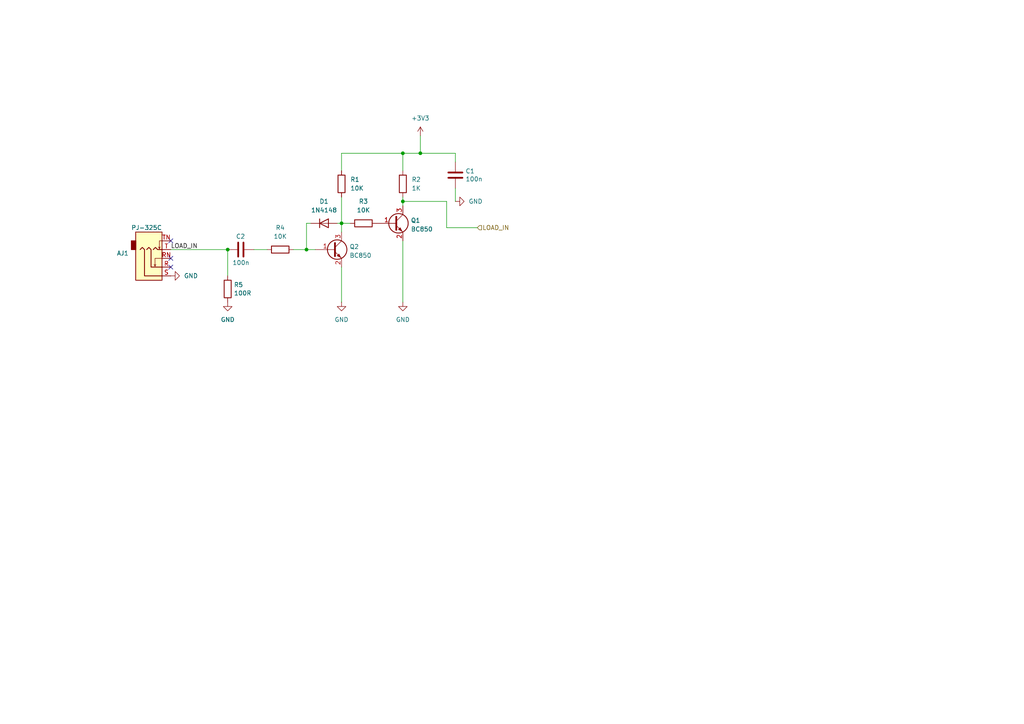
<source format=kicad_sch>
(kicad_sch (version 20231120) (generator "eeschema") (generator_version "8.0")
  (paper "A4")
  (title_block (title "Frank M2") (date "2025-02-02") (rev "1.02") (company "Mikhail Matveev") (comment 1 "https://github.com/xtremespb/frank"))
  (lib_symbols
    (symbol "Device:C" (pin_numbers hide) (pin_names (offset 0.254))
      (property "Reference" "C" (at 0.635 2.54 0))
      (property "Value" "C" (at 0.635 -2.54 0))
      (symbol "C_0_1"
        (polyline (pts (xy -2.032 -0.762) (xy 2.032 -0.762)) (stroke (width 0.508)))
        (polyline (pts (xy -2.032 0.762) (xy 2.032 0.762)) (stroke (width 0.508)))
      )
      (symbol "C_1_1"
        (pin passive line (at 0 3.81 270) (length 2.794) (name "~") (number "1"))
        (pin passive line (at 0 -3.81 90) (length 2.794) (name "~") (number "2"))
      )
    )
    (symbol "Device:D" (pin_numbers hide) (pin_names (offset 1.016) hide)
      (property "Reference" "D" (at 0 2.54 0))
      (property "Value" "D" (at 0 -2.54 0))
      (symbol "D_0_1"
        (polyline (pts (xy -1.27 1.27) (xy -1.27 -1.27)) (stroke (width 0.254)))
        (polyline (pts (xy 1.27 0) (xy -1.27 0)))
        (polyline (pts (xy 1.27 1.27) (xy 1.27 -1.27) (xy -1.27 0) (xy 1.27 1.27)) (stroke (width 0.254)))
      )
      (symbol "D_1_1"
        (pin passive line (at -3.81 0 0) (length 2.54) (name "K") (number "1"))
        (pin passive line (at 3.81 0 180) (length 2.54) (name "A") (number "2"))
      )
    )
    (symbol "Device:R" (pin_numbers hide) (pin_names (offset 0))
      (property "Reference" "R" (at 2.032 0 90))
      (property "Value" "R" (at 0 0 90))
      (symbol "R_0_1"
        (rectangle (start -1.016 -2.54) (end 1.016 2.54) (stroke (width 0.254)))
      )
      (symbol "R_1_1"
        (pin passive line (at 0 3.81 270) (length 1.27) (name "~") (number "1"))
        (pin passive line (at 0 -3.81 90) (length 1.27) (name "~") (number "2"))
      )
    )
    (symbol "FRANK:AudioJack_3.5mm"
      (property "Reference" "AJ2" (at -7.1119 -4.0097 0))
      (symbol "AudioJack_3.5mm_0_1"
        (rectangle (start -5.08 -5.08) (end -6.35 -7.62) (stroke (width 0.254)) (fill (type outline)))
        (polyline (pts (xy 0.508 -0.254) (xy 0.762 -0.762)))
        (polyline (pts (xy 1.778 -5.334) (xy 2.032 -5.842)))
        (polyline (pts (xy 0 -5.08) (xy 0.635 -5.715) (xy 1.27 -5.08) (xy 2.54 -5.08)) (stroke (width 0.254)))
        (polyline (pts (xy 2.54 -7.62) (xy 1.778 -7.62) (xy 1.778 -5.334) (xy 1.524 -5.842)))
        (polyline (pts (xy 2.54 -2.54) (xy 0.508 -2.54) (xy 0.508 -0.254) (xy 0.254 -0.762)))
        (polyline (pts (xy -1.905 -5.08) (xy -1.27 -5.715) (xy -0.635 -5.08) (xy -0.635 0) (xy 2.54 0)) (stroke (width 0.254)))
        (polyline (pts (xy 2.54 2.54) (xy -2.54 2.54) (xy -2.54 -5.08) (xy -3.175 -5.715) (xy -3.81 -5.08)) (stroke (width 0.254)))
        (rectangle (start 2.54 3.81) (end -5.08 -10.16) (stroke (width 0.254)) (fill (type background)))
      )
      (symbol "AudioJack_3.5mm_1_1"
        (pin passive line (at 5.08 0 180) (length 2.54) (name "~") (number "R"))
        (pin passive line (at 5.08 -2.54 180) (length 2.54) (name "~") (number "RN"))
        (pin passive line (at 5.08 2.54 180) (length 2.54) (name "~") (number "S"))
        (pin passive line (at 5.08 -5.08 180) (length 2.54) (name "~") (number "T"))
        (pin passive line (at 5.08 -7.62 180) (length 2.54) (name "~") (number "TN"))
      )
    )
    (symbol "GND_1" (power) (pin_numbers hide) (pin_names (offset 0) hide)
      (property "Value" "GND" (at 0 -3.81 0))
      (symbol "GND_1_0_1"
        (polyline (pts (xy 0 0) (xy 0 -1.27) (xy 1.27 -1.27) (xy 0 -2.54) (xy -1.27 -1.27) (xy 0 -1.27)))
      )
      (symbol "GND_1_1_1"
        (pin power_in line (at 0 0 270) (length 0) (name "~") (number "1"))
      )
    )
    (symbol "GND_2" (power) (pin_numbers hide) (pin_names (offset 0) hide)
      (property "Value" "GND" (at 0 -3.81 0))
      (symbol "GND_2_0_1"
        (polyline (pts (xy 0 0) (xy 0 -1.27) (xy 1.27 -1.27) (xy 0 -2.54) (xy -1.27 -1.27) (xy 0 -1.27)))
      )
      (symbol "GND_2_1_1"
        (pin power_in line (at 0 0 270) (length 0) (name "~") (number "1"))
      )
    )
    (symbol "GND_3" (power) (pin_numbers hide) (pin_names (offset 0) hide)
      (property "Value" "GND" (at 0 -3.81 0))
      (symbol "GND_3_0_1"
        (polyline (pts (xy 0 0) (xy 0 -1.27) (xy 1.27 -1.27) (xy 0 -2.54) (xy -1.27 -1.27) (xy 0 -1.27)))
      )
      (symbol "GND_3_1_1"
        (pin power_in line (at 0 0 270) (length 0) (name "~") (number "1"))
      )
    )
    (symbol "GND_4" (power) (pin_numbers hide) (pin_names (offset 0) hide)
      (property "Value" "GND" (at 0 -3.81 0))
      (symbol "GND_4_0_1"
        (polyline (pts (xy 0 0) (xy 0 -1.27) (xy 1.27 -1.27) (xy 0 -2.54) (xy -1.27 -1.27) (xy 0 -1.27)))
      )
      (symbol "GND_4_1_1"
        (pin power_in line (at 0 0 270) (length 0) (name "~") (number "1"))
      )
    )
    (symbol "Transistor_BJT:BC850" (pin_names (offset 0) hide)
      (property "Reference" "Q" (at 5.08 1.905 0))
      (property "Value" "BC850" (at 5.08 0 0))
      (symbol "BC850_0_1"
        (polyline (pts (xy 0.635 0.635) (xy 2.54 2.54)))
        (polyline (pts (xy 0.635 -0.635) (xy 2.54 -2.54) (xy 2.54 -2.54)))
        (polyline (pts (xy 0.635 1.905) (xy 0.635 -1.905) (xy 0.635 -1.905)) (stroke (width 0.508)))
        (polyline (pts (xy 1.27 -1.778) (xy 1.778 -1.27) (xy 2.286 -2.286) (xy 1.27 -1.778) (xy 1.27 -1.778)) (fill (type outline)))
        (circle (center 1.27 0) (radius 2.8194) (stroke (width 0.254)))
      )
      (symbol "BC850_1_1"
        (pin input line (at -5.08 0 0) (length 5.715) (name "B") (number "1"))
        (pin passive line (at 2.54 -5.08 90) (length 2.54) (name "E") (number "2"))
        (pin passive line (at 2.54 5.08 270) (length 2.54) (name "C") (number "3"))
      )
    )
    (symbol "power:+3V3" (power) (pin_numbers hide) (pin_names (offset 0) hide)
      (property "Value" "+3V3" (at 0 3.556 0))
      (symbol "+3V3_0_1"
        (polyline (pts (xy -0.762 1.27) (xy 0 2.54)))
        (polyline (pts (xy 0 0) (xy 0 2.54)))
        (polyline (pts (xy 0 2.54) (xy 0.762 1.27)))
      )
      (symbol "+3V3_1_1"
        (pin power_in line (at 0 0 90) (length 0) (name "~") (number "1"))
      )
    )
    (symbol "power:GND" (power) (pin_numbers hide) (pin_names (offset 0) hide)
      (property "Value" "GND" (at 0 -3.81 0))
      (symbol "GND_0_1"
        (polyline (pts (xy 0 0) (xy 0 -1.27) (xy 1.27 -1.27) (xy 0 -2.54) (xy -1.27 -1.27) (xy 0 -1.27)))
      )
      (symbol "GND_1_1"
        (pin power_in line (at 0 0 270) (length 0) (name "~") (number "1"))
      )
    )
  )
  (junction (at 116.84 58.42))
  (junction (at 88.9 72.39))
  (junction (at 66.04 72.39))
  (junction (at 99.06 64.77))
  (junction (at 121.92 44.45))
  (junction (at 116.84 44.45))
  (no_connect (at 49.53 69.85))
  (no_connect (at 49.53 74.93))
  (no_connect (at 49.53 77.47))
  (wire (pts (xy 116.84 58.42) (xy 129.54 58.42)))
  (wire (pts (xy 99.06 64.77) (xy 99.06 67.31)))
  (wire (pts (xy 85.09 72.39) (xy 88.9 72.39)))
  (wire (pts (xy 121.92 44.45) (xy 132.08 44.45)))
  (wire (pts (xy 129.54 58.42) (xy 129.54 66.04)))
  (wire (pts (xy 97.79 64.77) (xy 99.06 64.77)))
  (wire (pts (xy 88.9 72.39) (xy 91.44 72.39)))
  (wire (pts (xy 116.84 58.42) (xy 116.84 59.69)))
  (wire (pts (xy 90.17 64.77) (xy 88.9 64.77)))
  (wire (pts (xy 129.54 66.04) (xy 138.43 66.04)))
  (wire (pts (xy 88.9 64.77) (xy 88.9 72.39)))
  (wire (pts (xy 73.66 72.39) (xy 77.47 72.39)))
  (wire (pts (xy 116.84 44.45) (xy 121.92 44.45)))
  (wire (pts (xy 99.06 77.47) (xy 99.06 87.63)))
  (wire (pts (xy 116.84 44.45) (xy 116.84 49.53)))
  (wire (pts (xy 99.06 44.45) (xy 99.06 49.53)))
  (wire (pts (xy 121.92 39.37) (xy 121.92 44.45)))
  (wire (pts (xy 116.84 69.85) (xy 116.84 87.63)))
  (wire (pts (xy 132.08 54.61) (xy 132.08 58.42)))
  (wire (pts (xy 99.06 44.45) (xy 116.84 44.45)))
  (wire (pts (xy 132.08 44.45) (xy 132.08 46.99)))
  (wire (pts (xy 49.53 72.39) (xy 66.04 72.39)))
  (wire (pts (xy 99.06 57.15) (xy 99.06 64.77)))
  (wire (pts (xy 116.84 57.15) (xy 116.84 58.42)))
  (wire (pts (xy 66.04 72.39) (xy 66.04 80.01)))
  (wire (pts (xy 99.06 64.77) (xy 101.6 64.77)))
  (label "LOAD_IN" (at 49.53 72.39 0))
  (hierarchical_label "LOAD_IN" (shape input) (at 138.43 66.04 0))
  (symbol (lib_id "Device:D") (at 93.98 64.77 0) (unit 1)
    (property "Reference" "D1" (at 93.98 58.42 0))
    (property "Value" "1N4148" (at 93.98 60.96 0))
    (property "Footprint" "FRANK:Diode (SOD-323)" (effects (hide yes)))
    (property "Datasheet" "https://www.vishay.com/docs/40002/293d.pdf" (effects (hide yes)))
    (property "Description" "Diode" (effects (hide yes)))
    (property "Sim.Device" "D" (effects (hide yes)))
    (property "Sim.Pins" "1=K 2=A" (effects (hide yes)))
    (property "AliExpress" "https://www.aliexpress.com/item/1005005707644429.html" (effects (hide yes)))
    (instances (project "" (path "" (reference "D1") (unit 1))) (project "" (path "" (reference "D5") (unit 1))))
  )
  (symbol (lib_name "GND_2") (lib_id "power:GND") (at 99.06 87.63 0) (unit 1)
    (property "Reference" "#PWR07" (effects (hide yes)))
    (property "Value" "GND" (at 99.06 92.71 0))
    (property "Description" "Power symbol creates a global label with name \"GND\" , ground" (effects (hide yes)))
    (instances (project "" (path "" (reference "#PWR07") (unit 1))) (project "" (path "" (reference "#PWR056") (unit 1))))
  )
  (symbol (lib_id "Device:R") (at 105.41 64.77 90) (unit 1)
    (property "Reference" "R3" (at 105.41 58.42 90))
    (property "Value" "10K" (at 105.41 60.96 90))
    (property "Footprint" "FRANK:Resistor (0805)" (effects (hide yes)))
    (property "Datasheet" "https://www.vishay.com/docs/28952/mcs0402at-mct0603at-mcu0805at-mca1206at.pdf" (effects (hide yes)))
    (property "AliExpress" "https://www.aliexpress.com/item/1005005945735199.html" (effects (hide yes)))
    (instances (project "38NJU24" (path "" (reference "R3") (unit 1))) (project "38NJU24" (path "" (reference "R28") (unit 1))))
  )
  (symbol (lib_id "power:GND") (at 66.04 87.63 0) (unit 1)
    (property "Reference" "#PWR06" (effects (hide yes)))
    (property "Value" "GND" (at 66.04 92.71 0))
    (property "Description" "Power symbol creates a global label with name \"GND\" , ground" (effects (hide yes)))
    (instances (project "" (path "" (reference "#PWR06") (unit 1))) (project "" (path "" (reference "#PWR055") (unit 1))))
  )
  (symbol (lib_id "Device:R") (at 116.84 53.34 0) (unit 1)
    (property "Reference" "R2" (at 119.38 52.0699 0) (effects (justify left)))
    (property "Value" "1K" (at 119.38 54.6099 0) (effects (justify left)))
    (property "Footprint" "FRANK:Resistor (0805)" (effects (hide yes)))
    (property "Datasheet" "https://www.vishay.com/docs/28952/mcs0402at-mct0603at-mcu0805at-mca1206at.pdf" (effects (hide yes)))
    (property "AliExpress" "https://www.vishay.com/docs/28952/mcs0402at-mct0603at-mcu0805at-mca1206at.pdf" (effects (hide yes)))
    (instances (project "38NJU24" (path "" (reference "R2") (unit 1))) (project "38NJU24" (path "" (reference "R27") (unit 1))))
  )
  (symbol (lib_id "FRANK:AudioJack_3.5mm") (at 44.45 77.47 0) (mirror x) (unit 1)
    (property "Reference" "AJ1" (at 37.3381 73.4603 0) (effects (justify right)))
    (property "Value" "PJ-325C" (at 46.99 66.04 0) (effects (justify right)))
    (property "Footprint" "FRANK:Jack (3.5mm)" (effects (hide yes)))
    (property "Datasheet" "https://eu.mouser.com/datasheet/2/1628/sj1_353xng-3511142.pdf" (effects (hide yes)))
    (property "Description" "Audio Jack, 3 Poles (Stereo / TRS), Switched TR Poles (Normalling)" (effects (hide yes)))
    (property "AliExpress" "https://www.aliexpress.com/item/1005006710837751.html" (effects (hide yes)))
    (instances (project "38NJU24" (path "" (reference "AJ1") (unit 1))) (project "38NJU24" (path "" (reference "AJ2") (unit 1))))
  )
  (symbol (lib_id "Device:C") (at 69.85 72.39 90) (unit 1)
    (property "Reference" "C2" (at 71.12 68.58 90) (effects (justify left)))
    (property "Value" "100n" (at 72.39 76.2 90) (effects (justify left)))
    (property "Footprint" "FRANK:Capacitor (0805)" (effects (hide yes)))
    (property "Datasheet" "https://eu.mouser.com/datasheet/2/447/KEM_C1075_X7R_HT_SMD-3316221.pdf" (effects (hide yes)))
    (property "AliExpress" "https://www.aliexpress.com/item/33008008276.html" (effects (hide yes)))
    (instances (project "38NJU24" (path "" (reference "C2") (unit 1))) (project "38NJU24" (path "" (reference "C28") (unit 1))))
  )
  (symbol (lib_name "GND_1") (lib_id "power:GND") (at 49.53 80.01 90) (unit 1)
    (property "Reference" "#PWR05" (effects (hide yes)))
    (property "Value" "GND" (at 53.34 80.0099 90) (effects (justify right)))
    (property "Description" "Power symbol creates a global label with name \"GND\" , ground" (effects (hide yes)))
    (instances (project "" (path "" (reference "#PWR05") (unit 1))) (project "" (path "" (reference "#PWR054") (unit 1))))
  )
  (symbol (lib_id "Device:R") (at 81.28 72.39 90) (unit 1)
    (property "Reference" "R4" (at 81.28 66.04 90))
    (property "Value" "10K" (at 81.28 68.58 90))
    (property "Footprint" "FRANK:Resistor (0805)" (effects (hide yes)))
    (property "Datasheet" "https://www.vishay.com/docs/28952/mcs0402at-mct0603at-mcu0805at-mca1206at.pdf" (effects (hide yes)))
    (property "AliExpress" "https://www.aliexpress.com/item/1005005945735199.html" (effects (hide yes)))
    (instances (project "38NJU24" (path "" (reference "R4") (unit 1))) (project "38NJU24" (path "" (reference "R29") (unit 1))))
  )
  (symbol (lib_name "GND_4") (lib_id "power:GND") (at 132.08 58.42 90) (unit 1)
    (property "Reference" "#PWR04" (effects (hide yes)))
    (property "Value" "GND" (at 135.89 58.4199 90) (effects (justify right)))
    (property "Description" "Power symbol creates a global label with name \"GND\" , ground" (effects (hide yes)))
    (instances (project "" (path "" (reference "#PWR04") (unit 1))) (project "" (path "" (reference "#PWR053") (unit 1))))
  )
  (symbol (lib_name "GND_3") (lib_id "power:GND") (at 116.84 87.63 0) (unit 1)
    (property "Reference" "#PWR08" (effects (hide yes)))
    (property "Value" "GND" (at 116.84 92.71 0))
    (property "Description" "Power symbol creates a global label with name \"GND\" , ground" (effects (hide yes)))
    (instances (project "" (path "" (reference "#PWR08") (unit 1))) (project "" (path "" (reference "#PWR057") (unit 1))))
  )
  (symbol (lib_id "power:+3V3") (at 121.92 39.37 0) (unit 1)
    (property "Reference" "#PWR03" (effects (hide yes)))
    (property "Value" "+3V3" (at 121.92 34.29 0))
    (property "Description" "Power symbol creates a global label with name \"+3V3\"" (effects (hide yes)))
    (instances (project "" (path "" (reference "#PWR03") (unit 1))) (project "" (path "" (reference "#PWR052") (unit 1))))
  )
  (symbol (lib_id "Device:C") (at 132.08 50.8 0) (unit 1)
    (property "Reference" "C1" (at 135.001 49.6316 0) (effects (justify left)))
    (property "Value" "100n" (at 135.001 51.943 0) (effects (justify left)))
    (property "Footprint" "FRANK:Capacitor (0805)" (effects (hide yes)))
    (property "Datasheet" "https://eu.mouser.com/datasheet/2/447/KEM_C1075_X7R_HT_SMD-3316221.pdf" (effects (hide yes)))
    (property "AliExpress" "https://www.aliexpress.com/item/33008008276.html" (effects (hide yes)))
    (instances (project "38NJU24" (path "" (reference "C1") (unit 1))) (project "38NJU24" (path "" (reference "C27") (unit 1))))
  )
  (symbol (lib_id "Device:R") (at 66.04 83.82 0) (unit 1)
    (property "Reference" "R5" (at 67.818 82.6078 0) (effects (justify left)))
    (property "Value" "100R" (at 67.818 85.0321 0) (effects (justify left)))
    (property "Footprint" "FRANK:Resistor (0805)" (effects (hide yes)))
    (property "Datasheet" "https://www.vishay.com/docs/28952/mcs0402at-mct0603at-mcu0805at-mca1206at.pdf" (effects (hide yes)))
    (property "AliExpress" "https://www.aliexpress.com/item/1005005945735199.html" (effects (hide yes)))
    (instances (project "38NJU24" (path "" (reference "R5") (unit 1))) (project "38NJU24" (path "" (reference "R30") (unit 1))))
  )
  (symbol (lib_id "Transistor_BJT:BC850") (at 96.52 72.39 0) (unit 1)
    (property "Reference" "Q2" (at 101.3714 71.5553 0) (effects (justify left)))
    (property "Value" "BC850" (at 101.3714 74.0922 0) (effects (justify left)))
    (property "Footprint" "FRANK:SOT-23" (effects (hide yes)))
    (property "Datasheet" "http://www.infineon.com/dgdl/Infineon-BC847SERIES_BC848SERIES_BC849SERIES_BC850SERIES-DS-v01_01-en.pdf?fileId=db3a304314dca389011541d4630a1657" (effects (hide yes)))
    (property "AliExpress" "https://www.aliexpress.com/item/33017911878.html" (effects (hide yes)))
  )
  (symbol (lib_id "Device:R") (at 99.06 53.34 0) (unit 1)
    (property "Reference" "R1" (at 101.6 52.0699 0) (effects (justify left)))
    (property "Value" "10K" (at 101.6 54.6099 0) (effects (justify left)))
    (property "Footprint" "FRANK:Resistor (0805)" (effects (hide yes)))
    (property "Datasheet" "https://www.vishay.com/docs/28952/mcs0402at-mct0603at-mcu0805at-mca1206at.pdf" (effects (hide yes)))
    (property "AliExpress" "https://www.aliexpress.com/item/1005005945735199.html" (effects (hide yes)))
    (instances (project "38NJU24" (path "" (reference "R1") (unit 1))) (project "38NJU24" (path "" (reference "R26") (unit 1))))
  )
  (symbol (lib_id "Transistor_BJT:BC850") (at 114.3 64.77 0) (unit 1)
    (property "Reference" "Q1" (at 119.1514 63.9353 0) (effects (justify left)))
    (property "Value" "BC850" (at 119.1514 66.4722 0) (effects (justify left)))
    (property "Footprint" "FRANK:SOT-23" (effects (hide yes)))
    (property "Datasheet" "http://www.infineon.com/dgdl/Infineon-BC847SERIES_BC848SERIES_BC849SERIES_BC850SERIES-DS-v01_01-en.pdf?fileId=db3a304314dca389011541d4630a1657" (effects (hide yes)))
    (property "AliExpress" "https://www.aliexpress.com/item/33017911878.html" (effects (hide yes)))
  )
)
</source>
